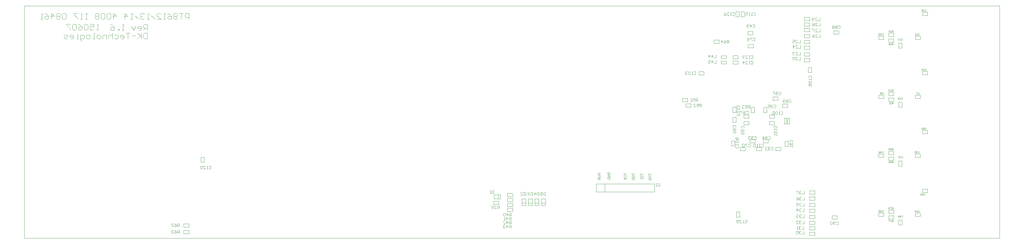
<source format=gbo>
*%FSLAX23Y23*%
*%MOIN*%
G01*
D11*
X4162Y5856D02*
X15879D01*
Y8651D02*
X4162D01*
Y5856D01*
X15879D02*
Y8651D01*
D12*
X14986Y8602D02*
X14983Y8599D01*
X14986Y8602D02*
X14993D01*
X14996Y8599D01*
Y8585D01*
X14993Y8582D01*
X14986D01*
X14983Y8585D01*
X14976Y8582D02*
X14963D01*
X14976D02*
X14963Y8595D01*
Y8599D01*
X14966Y8602D01*
X14973D01*
X14976Y8599D01*
X14956Y8602D02*
X14943D01*
X14956D02*
Y8592D01*
X14949Y8595D01*
X14946D01*
X14943Y8592D01*
Y8585D01*
X14946Y8582D01*
X14953D01*
X14956Y8585D01*
X14986Y7184D02*
X14983Y7181D01*
X14986Y7184D02*
X14993D01*
X14996Y7181D01*
Y7167D01*
X14993Y7164D01*
X14986D01*
X14983Y7167D01*
X14976Y7184D02*
X14963D01*
X14976D02*
Y7174D01*
X14969Y7177D01*
X14966D01*
X14963Y7174D01*
Y7167D01*
X14966Y7164D01*
X14973D01*
X14976Y7167D01*
X14956Y7181D02*
X14953Y7184D01*
X14946D01*
X14943Y7181D01*
Y7167D01*
X14946Y7164D01*
X14953D01*
X14956Y7167D01*
Y7181D01*
X14983Y7889D02*
X14986Y7892D01*
X14993D01*
X14996Y7889D01*
Y7875D01*
X14993Y7872D01*
X14986D01*
X14983Y7875D01*
X14976Y7872D02*
X14969D01*
X14973D01*
Y7892D01*
X14974D01*
X14973D02*
X14976Y7889D01*
X14953D02*
X14946Y7892D01*
X14953Y7889D02*
X14959Y7882D01*
Y7875D01*
X14956Y7872D01*
X14949D01*
X14946Y7875D01*
Y7879D01*
X14949Y7882D01*
X14959D01*
X14701Y7547D02*
X14698Y7544D01*
X14701Y7547D02*
X14708D01*
X14711Y7544D01*
Y7530D01*
X14708Y7527D01*
X14701D01*
X14698Y7530D01*
X14691Y7527D02*
X14684D01*
X14688D01*
Y7547D01*
X14689D01*
X14688D02*
X14691Y7544D01*
X14674Y7547D02*
X14661D01*
X14674D02*
Y7537D01*
X14668Y7540D01*
X14664D01*
X14661Y7537D01*
Y7530D01*
X14664Y7527D01*
X14671D01*
X14674Y7530D01*
X14898Y7604D02*
X14901Y7607D01*
X14908D01*
X14911Y7604D01*
Y7590D01*
X14908Y7587D01*
X14901D01*
X14898Y7590D01*
X14891Y7607D02*
X14878D01*
Y7604D01*
X14891Y7590D01*
Y7587D01*
X14898Y8314D02*
X14901Y8317D01*
X14908D01*
X14911Y8314D01*
Y8300D01*
X14908Y8297D01*
X14901D01*
X14898Y8300D01*
X14891Y8297D02*
X14878D01*
X14891D02*
X14878Y8310D01*
Y8314D01*
X14881Y8317D01*
X14888D01*
X14891Y8314D01*
X14871Y8297D02*
X14864D01*
X14868D01*
Y8317D01*
X14869D01*
X14868D02*
X14871Y8314D01*
X14701Y8257D02*
X14698Y8254D01*
X14701Y8257D02*
X14708D01*
X14711Y8254D01*
Y8240D01*
X14708Y8237D01*
X14701D01*
X14698Y8240D01*
X14691Y8237D02*
X14678D01*
X14691D02*
X14678Y8250D01*
Y8254D01*
X14681Y8257D01*
X14688D01*
X14691Y8254D01*
X14671D02*
X14668Y8257D01*
X14661D01*
X14658Y8254D01*
Y8250D01*
X14659D01*
X14658D02*
X14659D01*
X14658D02*
X14659D01*
X14658D02*
X14661Y8247D01*
X14664D01*
X14661D01*
X14658Y8244D01*
Y8240D01*
X14661Y8237D01*
X14668D01*
X14671Y8240D01*
X14972Y6394D02*
X14969Y6391D01*
X14972Y6394D02*
X14979D01*
X14982Y6391D01*
Y6377D01*
X14979Y6374D01*
X14972D01*
X14969Y6377D01*
X14955Y6391D02*
X14949Y6394D01*
X14955Y6391D02*
X14962Y6384D01*
Y6377D01*
X14959Y6374D01*
X14952D01*
X14949Y6377D01*
Y6381D01*
X14952Y6384D01*
X14962D01*
X14942Y6377D02*
X14939Y6374D01*
X14932D01*
X14929Y6377D01*
Y6391D01*
X14932Y6394D01*
X14939D01*
X14942Y6391D01*
Y6387D01*
X14939Y6384D01*
X14929D01*
X14701Y6130D02*
X14698Y6127D01*
X14701Y6130D02*
X14708D01*
X14711Y6127D01*
Y6113D01*
X14708Y6110D01*
X14701D01*
X14698Y6113D01*
X14684Y6127D02*
X14678Y6130D01*
X14684Y6127D02*
X14691Y6120D01*
Y6113D01*
X14688Y6110D01*
X14681D01*
X14678Y6113D01*
Y6117D01*
X14681Y6120D01*
X14691D01*
X14664Y6127D02*
X14658Y6130D01*
X14664Y6127D02*
X14671Y6120D01*
Y6113D01*
X14668Y6110D01*
X14661D01*
X14658Y6113D01*
Y6117D01*
X14661Y6120D01*
X14671D01*
X14898Y6187D02*
X14901Y6190D01*
X14908D01*
X14911Y6187D01*
Y6173D01*
X14908Y6170D01*
X14901D01*
X14898Y6173D01*
X14884Y6187D02*
X14878Y6190D01*
X14884Y6187D02*
X14891Y6180D01*
Y6173D01*
X14888Y6170D01*
X14881D01*
X14878Y6173D01*
Y6177D01*
X14881Y6180D01*
X14891D01*
X14861Y6190D02*
Y6170D01*
X14871Y6180D02*
X14861Y6190D01*
X14858Y6180D02*
X14871D01*
X14698Y6836D02*
X14701Y6839D01*
X14708D01*
X14711Y6836D01*
Y6822D01*
X14708Y6819D01*
X14701D01*
X14698Y6822D01*
X14681Y6819D02*
Y6839D01*
X14691Y6829D01*
X14678D01*
X14671Y6839D02*
X14658D01*
Y6836D01*
X14671Y6822D01*
Y6819D01*
X14898Y6896D02*
X14901Y6899D01*
X14908D01*
X14911Y6896D01*
Y6882D01*
X14908Y6879D01*
X14901D01*
X14898Y6882D01*
X14881Y6879D02*
Y6899D01*
X14891Y6889D01*
X14878D01*
X14871Y6899D02*
X14858D01*
X14871D02*
Y6889D01*
X14864Y6892D01*
X14861D01*
X14858Y6889D01*
Y6882D01*
X14861Y6879D01*
X14868D01*
X14871Y6882D01*
X14600Y7623D02*
Y7643D01*
X14590D01*
X14587Y7640D01*
Y7633D01*
X14590Y7630D01*
X14600D01*
X14593D02*
X14587Y7623D01*
X14580D02*
X14567D01*
X14580D02*
X14567Y7636D01*
Y7640D01*
X14570Y7643D01*
X14577D01*
X14580Y7640D01*
X14560D02*
X14557Y7643D01*
X14550D01*
X14547Y7640D01*
Y7636D01*
X14548D01*
X14547D02*
X14548D01*
X14547D02*
X14548D01*
X14547D02*
X14550Y7633D01*
X14553D01*
X14550D01*
X14547Y7630D01*
Y7626D01*
X14550Y7623D01*
X14557D01*
X14560Y7626D01*
X14470Y7608D02*
X14467Y7605D01*
X14470Y7608D02*
X14477D01*
X14480Y7605D01*
Y7591D01*
X14477Y7588D01*
X14470D01*
X14467Y7591D01*
X14460Y7605D02*
X14457Y7608D01*
X14450D01*
X14447Y7605D01*
Y7601D01*
X14450Y7598D01*
X14447Y7595D01*
Y7591D01*
X14450Y7588D01*
X14457D01*
X14460Y7591D01*
Y7595D01*
X14457Y7598D01*
X14460Y7601D01*
Y7605D01*
X14457Y7598D02*
X14450D01*
X14598Y7491D02*
Y7471D01*
Y7491D02*
X14588D01*
X14585Y7488D01*
Y7481D01*
X14588Y7478D01*
X14598D01*
X14591D02*
X14585Y7471D01*
X14578D02*
X14565D01*
X14578D02*
X14565Y7484D01*
Y7488D01*
X14568Y7491D01*
X14575D01*
X14578Y7488D01*
X14558Y7471D02*
X14551D01*
X14555D01*
Y7491D01*
X14556D01*
X14555D02*
X14558Y7488D01*
X14598Y8181D02*
Y8201D01*
X14588D01*
X14585Y8198D01*
Y8191D01*
X14588Y8188D01*
X14598D01*
X14591D02*
X14585Y8181D01*
X14578D02*
X14571D01*
X14575D01*
Y8201D01*
X14576D01*
X14575D02*
X14578Y8198D01*
X14561D02*
X14558Y8201D01*
X14551D01*
X14548Y8198D01*
Y8194D01*
X14551Y8191D01*
X14548Y8188D01*
Y8184D01*
X14551Y8181D01*
X14558D01*
X14561Y8184D01*
Y8188D01*
X14558Y8191D01*
X14561Y8194D01*
Y8198D01*
X14558Y8191D02*
X14551D01*
X14467Y8315D02*
X14470Y8318D01*
X14477D01*
X14480Y8315D01*
Y8301D01*
X14477Y8298D01*
X14470D01*
X14467Y8301D01*
X14460Y8298D02*
X14447D01*
X14460D02*
X14447Y8311D01*
Y8315D01*
X14450Y8318D01*
X14457D01*
X14460Y8315D01*
X14440Y8298D02*
X14427D01*
X14440D02*
X14427Y8311D01*
Y8315D01*
X14430Y8318D01*
X14437D01*
X14440Y8315D01*
X14600Y8333D02*
Y8353D01*
X14590D01*
X14587Y8350D01*
Y8343D01*
X14590Y8340D01*
X14600D01*
X14593D02*
X14587Y8333D01*
X14580D02*
X14573D01*
X14577D01*
Y8353D01*
X14578D01*
X14577D02*
X14580Y8350D01*
X14563Y8336D02*
X14560Y8333D01*
X14553D01*
X14550Y8336D01*
Y8350D01*
X14553Y8353D01*
X14560D01*
X14563Y8350D01*
Y8346D01*
X14560Y8343D01*
X14550D01*
X14470Y6900D02*
X14467Y6897D01*
X14470Y6900D02*
X14477D01*
X14480Y6897D01*
Y6883D01*
X14477Y6880D01*
X14470D01*
X14467Y6883D01*
X14450Y6880D02*
Y6900D01*
X14460Y6890D01*
X14447D01*
X14433Y6897D02*
X14427Y6900D01*
X14433Y6897D02*
X14440Y6890D01*
Y6883D01*
X14437Y6880D01*
X14430D01*
X14427Y6883D01*
Y6887D01*
X14430Y6890D01*
X14440D01*
X14600Y6226D02*
Y6206D01*
Y6226D02*
X14590D01*
X14587Y6223D01*
Y6216D01*
X14590Y6213D01*
X14600D01*
X14593D02*
X14587Y6206D01*
X14580Y6226D02*
X14567D01*
Y6223D01*
X14580Y6209D01*
Y6206D01*
X14560Y6209D02*
X14557Y6206D01*
X14550D01*
X14547Y6209D01*
Y6223D01*
X14550Y6226D01*
X14557D01*
X14560Y6223D01*
Y6219D01*
X14557Y6216D01*
X14547D01*
X14470Y6191D02*
X14467Y6188D01*
X14470Y6191D02*
X14477D01*
X14480Y6188D01*
Y6174D01*
X14477Y6171D01*
X14470D01*
X14467Y6174D01*
X14453Y6188D02*
X14447Y6191D01*
X14453Y6188D02*
X14460Y6181D01*
Y6174D01*
X14457Y6171D01*
X14450D01*
X14447Y6174D01*
Y6178D01*
X14450Y6181D01*
X14460D01*
X14440Y6191D02*
X14427D01*
X14440D02*
Y6181D01*
X14433Y6184D01*
X14430D01*
X14427Y6181D01*
Y6174D01*
X14430Y6171D01*
X14437D01*
X14440Y6174D01*
X14598Y6074D02*
Y6054D01*
Y6074D02*
X14588D01*
X14585Y6071D01*
Y6064D01*
X14588Y6061D01*
X14598D01*
X14591D02*
X14585Y6054D01*
X14578Y6074D02*
X14565D01*
Y6071D01*
X14578Y6057D01*
Y6054D01*
X14558Y6074D02*
X14545D01*
Y6071D01*
X14558Y6057D01*
Y6054D01*
X14600Y6915D02*
Y6935D01*
X14590D01*
X14587Y6932D01*
Y6925D01*
X14590Y6922D01*
X14600D01*
X14593D02*
X14587Y6915D01*
X14573Y6932D02*
X14567Y6935D01*
X14573Y6932D02*
X14580Y6925D01*
Y6918D01*
X14577Y6915D01*
X14570D01*
X14567Y6918D01*
Y6922D01*
X14570Y6925D01*
X14580D01*
X14560Y6932D02*
X14557Y6935D01*
X14550D01*
X14547Y6932D01*
Y6928D01*
X14550Y6925D01*
X14547Y6922D01*
Y6918D01*
X14550Y6915D01*
X14557D01*
X14560Y6918D01*
Y6922D01*
X14557Y6925D01*
X14560Y6928D01*
Y6932D01*
X14557Y6925D02*
X14550D01*
X14598Y6783D02*
Y6763D01*
Y6783D02*
X14588D01*
X14585Y6780D01*
Y6773D01*
X14588Y6770D01*
X14598D01*
X14591D02*
X14585Y6763D01*
X14571Y6780D02*
X14565Y6783D01*
X14571Y6780D02*
X14578Y6773D01*
Y6766D01*
X14575Y6763D01*
X14568D01*
X14565Y6766D01*
Y6770D01*
X14568Y6773D01*
X14578D01*
X14558Y6780D02*
X14555Y6783D01*
X14548D01*
X14545Y6780D01*
Y6766D01*
X14548Y6763D01*
X14555D01*
X14558Y6766D01*
Y6780D01*
D15*
X13356Y7236D02*
X13351Y7231D01*
X13291D02*
Y7300D01*
X13318D02*
Y7231D01*
X13356Y7236D02*
Y7298D01*
X13330D02*
Y7231D01*
X13333Y7298D02*
X13356D01*
X13337D02*
X13330D01*
X13312Y7300D02*
X13291D01*
X13299D02*
X13318D01*
Y7231D02*
X13291D01*
X13330D02*
X13351D01*
X13347Y7516D02*
X13353Y7522D01*
X13364D01*
X13370Y7516D01*
Y7493D01*
X13364Y7487D01*
X13353D01*
X13347Y7493D01*
X13335Y7516D02*
X13329Y7522D01*
X13318D01*
X13312Y7516D01*
Y7510D01*
X13318Y7504D01*
X13312Y7499D01*
Y7493D01*
X13318Y7487D01*
X13329D01*
X13335Y7493D01*
Y7499D01*
X13329Y7504D01*
X13335Y7510D01*
Y7516D01*
X13329Y7504D02*
X13318D01*
X13300Y7493D02*
X13294Y7487D01*
X13283D01*
X13277Y7493D01*
Y7516D01*
X13283Y7522D01*
X13294D01*
X13300Y7516D01*
Y7510D01*
X13294Y7504D01*
X13277D01*
X13486Y8059D02*
Y8094D01*
Y8059D02*
X13463D01*
X13451D02*
X13428D01*
X13451D02*
X13428Y8082D01*
Y8088D01*
X13434Y8094D01*
X13445D01*
X13451Y8088D01*
X13416D02*
X13410Y8094D01*
X13399D01*
X13393Y8088D01*
Y8082D01*
X13394D01*
X13393D02*
X13394D01*
X13393D02*
X13394D01*
X13393D02*
X13399Y8076D01*
X13404D01*
X13399D01*
X13393Y8071D01*
Y8065D01*
X13399Y8059D01*
X13410D01*
X13416Y8065D01*
X13940Y8405D02*
X13946Y8411D01*
X13957D01*
X13963Y8405D01*
Y8382D01*
X13957Y8376D01*
X13946D01*
X13940Y8382D01*
X13928Y8405D02*
X13922Y8411D01*
X13911D01*
X13905Y8405D01*
Y8399D01*
X13911Y8393D01*
X13905Y8388D01*
Y8382D01*
X13911Y8376D01*
X13922D01*
X13928Y8382D01*
Y8388D01*
X13922Y8393D01*
X13928Y8399D01*
Y8405D01*
X13922Y8393D02*
X13911D01*
X13893Y8405D02*
X13887Y8411D01*
X13876D01*
X13870Y8405D01*
Y8399D01*
X13876Y8393D01*
X13870Y8388D01*
Y8382D01*
X13876Y8376D01*
X13887D01*
X13893Y8382D01*
Y8388D01*
X13887Y8393D01*
X13893Y8399D01*
Y8405D01*
X13887Y8393D02*
X13876D01*
X13231Y7616D02*
X13225Y7610D01*
X13231Y7616D02*
X13242D01*
X13248Y7610D01*
Y7587D01*
X13242Y7581D01*
X13231D01*
X13225Y7587D01*
X13213Y7610D02*
X13207Y7616D01*
X13196D01*
X13190Y7610D01*
Y7604D01*
X13196Y7598D01*
X13190Y7593D01*
Y7587D01*
X13196Y7581D01*
X13207D01*
X13213Y7587D01*
Y7593D01*
X13207Y7598D01*
X13213Y7604D01*
Y7610D01*
X13207Y7598D02*
X13196D01*
X13178Y7616D02*
X13155D01*
Y7610D01*
X13178Y7587D01*
Y7581D01*
X13356Y7019D02*
X13362Y7013D01*
X13356Y7019D02*
Y7030D01*
X13362Y7036D01*
X13385D01*
X13391Y7030D01*
Y7019D01*
X13385Y7013D01*
Y7001D02*
X13391Y6995D01*
Y6984D01*
X13385Y6978D01*
X13362D01*
X13356Y6984D01*
Y6995D01*
X13362Y7001D01*
X13368D01*
X13374Y6995D01*
Y6978D01*
X13391Y6966D02*
Y6954D01*
Y6960D01*
X13356D01*
X13357D01*
X13356D02*
X13362Y6966D01*
X13591Y7785D02*
X13585Y7791D01*
Y7802D01*
X13591Y7808D01*
X13614D01*
X13620Y7802D01*
Y7791D01*
X13614Y7785D01*
X13620Y7773D02*
Y7761D01*
Y7767D01*
X13585D01*
X13586D01*
X13585D02*
X13591Y7773D01*
Y7744D02*
X13585Y7738D01*
Y7726D01*
X13591Y7721D01*
X13614D01*
X13620Y7726D01*
Y7738D01*
X13614Y7744D01*
X13591D01*
X13585Y7709D02*
Y7686D01*
Y7709D02*
X13603D01*
X13597Y7697D01*
Y7691D01*
X13603Y7686D01*
X13614D01*
X13620Y7691D01*
Y7703D01*
X13614Y7709D01*
X13168Y7186D02*
X13174Y7180D01*
X13168Y7186D02*
Y7197D01*
X13174Y7203D01*
X13197D01*
X13203Y7197D01*
Y7186D01*
X13197Y7180D01*
X13203Y7168D02*
Y7156D01*
Y7162D01*
X13168D01*
X13169D01*
X13168D02*
X13174Y7168D01*
Y7139D02*
X13168Y7133D01*
Y7121D01*
X13174Y7116D01*
X13197D01*
X13203Y7121D01*
Y7133D01*
X13197Y7139D01*
X13174D01*
X13203Y7104D02*
Y7092D01*
Y7098D01*
X13168D01*
X13169D01*
X13168D02*
X13174Y7104D01*
X13250Y7372D02*
X13256Y7378D01*
X13267D01*
X13273Y7372D01*
Y7349D01*
X13267Y7343D01*
X13256D01*
X13250Y7349D01*
X13238Y7343D02*
X13226D01*
X13232D01*
Y7378D01*
X13233D01*
X13232D02*
X13238Y7372D01*
X13209D02*
X13203Y7378D01*
X13191D01*
X13186Y7372D01*
Y7349D01*
X13191Y7343D01*
X13203D01*
X13209Y7349D01*
Y7372D01*
X13174D02*
X13168Y7378D01*
X13156D01*
X13151Y7372D01*
Y7349D01*
X13156Y7343D01*
X13168D01*
X13174Y7349D01*
Y7372D01*
X13165Y7452D02*
X13171Y7458D01*
X13182D01*
X13188Y7452D01*
Y7429D01*
X13182Y7423D01*
X13171D01*
X13165Y7429D01*
X13153D02*
X13147Y7423D01*
X13136D01*
X13130Y7429D01*
Y7452D01*
X13136Y7458D01*
X13147D01*
X13153Y7452D01*
Y7446D01*
X13147Y7440D01*
X13130D01*
X13118Y7458D02*
X13095D01*
X13118D02*
Y7440D01*
X13106Y7446D01*
X13101D01*
X13095Y7440D01*
Y7429D01*
X13101Y7423D01*
X13112D01*
X13118Y7429D01*
X13105Y7079D02*
X13099Y7073D01*
X13105Y7079D02*
X13116D01*
X13122Y7073D01*
Y7050D01*
X13116Y7044D01*
X13105D01*
X13099Y7050D01*
X13087D02*
X13081Y7044D01*
X13070D01*
X13064Y7050D01*
Y7073D01*
X13070Y7079D01*
X13081D01*
X13087Y7073D01*
Y7067D01*
X13081Y7061D01*
X13064D01*
X13035Y7044D02*
Y7079D01*
X13052Y7061D01*
X13029D01*
X13485Y7999D02*
Y8034D01*
Y7999D02*
X13462D01*
X13450D02*
X13427D01*
X13450D02*
X13427Y8022D01*
Y8028D01*
X13433Y8034D01*
X13444D01*
X13450Y8028D01*
X13415D02*
X13409Y8034D01*
X13398D01*
X13392Y8028D01*
Y8005D01*
X13398Y7999D01*
X13409D01*
X13415Y8005D01*
Y8028D01*
X13485Y8203D02*
Y8238D01*
Y8203D02*
X13462D01*
X13450D02*
X13427D01*
X13450D02*
X13427Y8226D01*
Y8232D01*
X13433Y8238D01*
X13444D01*
X13450Y8232D01*
X13415Y8238D02*
X13392D01*
X13415D02*
Y8220D01*
X13403Y8226D01*
X13398D01*
X13392Y8220D01*
Y8209D01*
X13398Y8203D01*
X13409D01*
X13415Y8209D01*
X13486Y8175D02*
Y8140D01*
X13463D01*
X13451D02*
X13428D01*
X13451D02*
X13428Y8163D01*
Y8169D01*
X13434Y8175D01*
X13445D01*
X13451Y8169D01*
X13399Y8175D02*
Y8140D01*
X13416Y8157D02*
X13399Y8175D01*
X13393Y8157D02*
X13416D01*
X13724Y8272D02*
Y8307D01*
Y8272D02*
X13701D01*
X13689D02*
X13666D01*
X13689D02*
X13666Y8295D01*
Y8301D01*
X13672Y8307D01*
X13683D01*
X13689Y8301D01*
X13642D02*
X13631Y8307D01*
X13642Y8301D02*
X13654Y8289D01*
Y8278D01*
X13648Y8272D01*
X13637D01*
X13631Y8278D01*
Y8284D01*
X13637Y8289D01*
X13654D01*
X13723Y8337D02*
Y8372D01*
Y8337D02*
X13700D01*
X13688D02*
X13665D01*
X13688D02*
X13665Y8360D01*
Y8366D01*
X13671Y8372D01*
X13682D01*
X13688Y8366D01*
X13653Y8372D02*
X13630D01*
Y8366D01*
X13653Y8343D01*
Y8337D01*
X13722Y8408D02*
Y8443D01*
Y8408D02*
X13699D01*
X13687D02*
X13664D01*
X13687D02*
X13664Y8431D01*
Y8437D01*
X13670Y8443D01*
X13681D01*
X13687Y8437D01*
X13652D02*
X13646Y8443D01*
X13635D01*
X13629Y8437D01*
Y8431D01*
X13635Y8425D01*
X13629Y8420D01*
Y8414D01*
X13635Y8408D01*
X13646D01*
X13652Y8414D01*
Y8420D01*
X13646Y8425D01*
X13652Y8431D01*
Y8437D01*
X13646Y8425D02*
X13635D01*
X13720Y8470D02*
Y8505D01*
Y8470D02*
X13697D01*
X13685D02*
X13662D01*
X13685D02*
X13662Y8493D01*
Y8499D01*
X13668Y8505D01*
X13679D01*
X13685Y8499D01*
X13650Y8476D02*
X13644Y8470D01*
X13633D01*
X13627Y8476D01*
Y8499D01*
X13633Y8505D01*
X13644D01*
X13650Y8499D01*
Y8493D01*
X13644Y8487D01*
X13627D01*
X13923Y6056D02*
X13917Y6050D01*
X13923Y6056D02*
X13934D01*
X13940Y6050D01*
Y6027D01*
X13934Y6021D01*
X13923D01*
X13917Y6027D01*
X13905D02*
X13899Y6021D01*
X13888D01*
X13882Y6027D01*
Y6050D01*
X13888Y6056D01*
X13899D01*
X13905Y6050D01*
Y6044D01*
X13899Y6038D01*
X13882D01*
X13870Y6050D02*
X13864Y6056D01*
X13853D01*
X13847Y6050D01*
Y6027D01*
X13853Y6021D01*
X13864D01*
X13870Y6027D01*
Y6050D01*
X13133Y6946D02*
X13139Y6952D01*
X13150D01*
X13156Y6946D01*
Y6923D01*
X13150Y6917D01*
X13139D01*
X13133Y6923D01*
X13121D02*
X13115Y6917D01*
X13104D01*
X13098Y6923D01*
Y6946D01*
X13104Y6952D01*
X13115D01*
X13121Y6946D01*
Y6940D01*
X13115Y6934D01*
X13098D01*
X13086Y6917D02*
X13063D01*
X13086D02*
X13063Y6940D01*
Y6946D01*
X13069Y6952D01*
X13080D01*
X13086Y6946D01*
X13531Y6423D02*
Y6388D01*
X13508D01*
X13496Y6417D02*
X13490Y6423D01*
X13479D01*
X13473Y6417D01*
Y6411D01*
X13474D01*
X13473D02*
X13474D01*
X13473D02*
X13474D01*
X13473D02*
X13479Y6405D01*
X13484D01*
X13479D01*
X13473Y6400D01*
Y6394D01*
X13479Y6388D01*
X13490D01*
X13496Y6394D01*
X13461Y6423D02*
X13438D01*
Y6417D01*
X13461Y6394D01*
Y6388D01*
X13532Y6350D02*
Y6315D01*
X13509D01*
X13497Y6344D02*
X13491Y6350D01*
X13480D01*
X13474Y6344D01*
Y6338D01*
X13475D01*
X13474D02*
X13475D01*
X13474D02*
X13475D01*
X13474D02*
X13480Y6332D01*
X13485D01*
X13480D01*
X13474Y6327D01*
Y6321D01*
X13480Y6315D01*
X13491D01*
X13497Y6321D01*
X13450Y6344D02*
X13439Y6350D01*
X13450Y6344D02*
X13462Y6332D01*
Y6321D01*
X13456Y6315D01*
X13445D01*
X13439Y6321D01*
Y6327D01*
X13445Y6332D01*
X13462D01*
X13530Y6277D02*
Y6242D01*
X13507D01*
X13495Y6271D02*
X13489Y6277D01*
X13478D01*
X13472Y6271D01*
Y6265D01*
X13473D01*
X13472D02*
X13473D01*
X13472D02*
X13473D01*
X13472D02*
X13478Y6259D01*
X13483D01*
X13478D01*
X13472Y6254D01*
Y6248D01*
X13478Y6242D01*
X13489D01*
X13495Y6248D01*
X13460Y6277D02*
X13437D01*
X13460D02*
Y6259D01*
X13448Y6265D01*
X13443D01*
X13437Y6259D01*
Y6248D01*
X13443Y6242D01*
X13454D01*
X13460Y6248D01*
X13530Y6212D02*
Y6177D01*
X13507D01*
X13495Y6206D02*
X13489Y6212D01*
X13478D01*
X13472Y6206D01*
Y6200D01*
X13473D01*
X13472D02*
X13473D01*
X13472D02*
X13473D01*
X13472D02*
X13478Y6194D01*
X13483D01*
X13478D01*
X13472Y6189D01*
Y6183D01*
X13478Y6177D01*
X13489D01*
X13495Y6183D01*
X13443Y6177D02*
Y6212D01*
X13460Y6194D01*
X13437D01*
X13532Y6139D02*
Y6104D01*
X13509D01*
X13497Y6133D02*
X13491Y6139D01*
X13480D01*
X13474Y6133D01*
Y6127D01*
X13475D01*
X13474D02*
X13475D01*
X13474D02*
X13475D01*
X13474D02*
X13480Y6121D01*
X13485D01*
X13480D01*
X13474Y6116D01*
Y6110D01*
X13480Y6104D01*
X13491D01*
X13497Y6110D01*
X13462Y6133D02*
X13456Y6139D01*
X13445D01*
X13439Y6133D01*
Y6127D01*
X13440D01*
X13439D02*
X13440D01*
X13439D02*
X13440D01*
X13439D02*
X13445Y6121D01*
X13450D01*
X13445D01*
X13439Y6116D01*
Y6110D01*
X13445Y6104D01*
X13456D01*
X13462Y6110D01*
X13528Y6064D02*
Y6029D01*
X13505D01*
X13493Y6058D02*
X13487Y6064D01*
X13476D01*
X13470Y6058D01*
Y6052D01*
X13471D01*
X13470D02*
X13471D01*
X13470D02*
X13471D01*
X13470D02*
X13476Y6046D01*
X13481D01*
X13476D01*
X13470Y6041D01*
Y6035D01*
X13476Y6029D01*
X13487D01*
X13493Y6035D01*
X13458Y6029D02*
X13435D01*
X13458D02*
X13435Y6052D01*
Y6058D01*
X13441Y6064D01*
X13452D01*
X13458Y6058D01*
X13526Y5997D02*
Y5962D01*
X13503D01*
X13491Y5991D02*
X13485Y5997D01*
X13474D01*
X13468Y5991D01*
Y5985D01*
X13469D01*
X13468D02*
X13469D01*
X13468D02*
X13469D01*
X13468D02*
X13474Y5979D01*
X13479D01*
X13474D01*
X13468Y5974D01*
Y5968D01*
X13474Y5962D01*
X13485D01*
X13491Y5968D01*
X13456Y5962D02*
X13444D01*
X13450D01*
Y5997D01*
X13451D01*
X13450D02*
X13456Y5991D01*
X13528Y5941D02*
Y5906D01*
X13505D01*
X13493Y5935D02*
X13487Y5941D01*
X13476D01*
X13470Y5935D01*
Y5929D01*
X13471D01*
X13470D02*
X13471D01*
X13470D02*
X13471D01*
X13470D02*
X13476Y5923D01*
X13481D01*
X13476D01*
X13470Y5918D01*
Y5912D01*
X13476Y5906D01*
X13487D01*
X13493Y5912D01*
X13458Y5935D02*
X13452Y5941D01*
X13441D01*
X13435Y5935D01*
Y5912D01*
X13441Y5906D01*
X13452D01*
X13458Y5912D01*
Y5935D01*
X12473Y8025D02*
Y8060D01*
Y8025D02*
X12450D01*
X12421D02*
Y8060D01*
X12438Y8043D01*
X12415D01*
X12386Y8025D02*
Y8060D01*
X12403Y8043D01*
X12380D01*
X12891Y8046D02*
X12897Y8052D01*
X12909D01*
X12914Y8046D01*
Y8023D01*
X12909Y8017D01*
X12897D01*
X12891Y8023D01*
X12879Y8017D02*
X12868D01*
X12874D01*
Y8052D01*
X12875D01*
X12874D02*
X12879Y8046D01*
X12850Y8017D02*
X12827D01*
X12850D02*
X12827Y8041D01*
Y8046D01*
X12833Y8052D01*
X12844D01*
X12850Y8046D01*
X12815D02*
X12809Y8052D01*
X12798D01*
X12792Y8046D01*
Y8041D01*
X12793D01*
X12792D02*
X12793D01*
X12792D02*
X12793D01*
X12792D02*
X12798Y8035D01*
X12804D01*
X12798D01*
X12792Y8029D01*
Y8023D01*
X12798Y8017D01*
X12809D01*
X12815Y8023D01*
X12917Y8259D02*
X12922Y8264D01*
X12934D01*
X12940Y8259D01*
Y8235D01*
X12934Y8230D01*
X12922D01*
X12917Y8235D01*
X12905Y8264D02*
X12882D01*
Y8259D01*
X12905Y8235D01*
Y8230D01*
X12858Y8259D02*
X12847Y8264D01*
X12858Y8259D02*
X12870Y8247D01*
Y8235D01*
X12864Y8230D01*
X12852D01*
X12847Y8235D01*
Y8241D01*
X12852Y8247D01*
X12870D01*
X12913Y8418D02*
X12918Y8424D01*
X12930D01*
X12936Y8418D01*
Y8395D01*
X12930Y8389D01*
X12918D01*
X12913Y8395D01*
X12883Y8389D02*
Y8424D01*
X12901Y8406D01*
X12878D01*
X12866Y8395D02*
X12860Y8389D01*
X12848D01*
X12843Y8395D01*
Y8418D01*
X12848Y8424D01*
X12860D01*
X12866Y8418D01*
Y8412D01*
X12860Y8406D01*
X12843D01*
X12627Y8237D02*
Y8202D01*
Y8237D02*
X12609D01*
X12604Y8232D01*
Y8220D01*
X12609Y8214D01*
X12627D01*
X12615D02*
X12604Y8202D01*
X12580Y8232D02*
X12569Y8237D01*
X12580Y8232D02*
X12592Y8220D01*
Y8208D01*
X12586Y8202D01*
X12574D01*
X12569Y8208D01*
Y8214D01*
X12574Y8220D01*
X12592D01*
X12539Y8202D02*
Y8237D01*
X12557Y8220D01*
X12534D01*
X12473Y7993D02*
Y7958D01*
X12450D01*
X12421D02*
Y7993D01*
X12438Y7976D01*
X12415D01*
X12403Y7993D02*
X12380D01*
X12403D02*
Y7976D01*
X12392Y7982D01*
X12386D01*
X12380Y7976D01*
Y7964D01*
X12386Y7958D01*
X12398D01*
X12403Y7964D01*
X12891Y7979D02*
X12897Y7985D01*
X12909D01*
X12914Y7979D01*
Y7956D01*
X12909Y7950D01*
X12897D01*
X12891Y7956D01*
X12879Y7950D02*
X12868D01*
X12874D01*
Y7985D01*
X12875D01*
X12874D02*
X12879Y7979D01*
X12850Y7950D02*
X12827D01*
X12850D02*
X12827Y7974D01*
Y7979D01*
X12833Y7985D01*
X12844D01*
X12850Y7979D01*
X12798Y7985D02*
Y7950D01*
X12815Y7968D02*
X12798Y7985D01*
X12792Y7968D02*
X12815D01*
X12210Y7858D02*
X12204Y7852D01*
X12210Y7858D02*
X12221D01*
X12227Y7852D01*
Y7829D01*
X12221Y7823D01*
X12210D01*
X12204Y7829D01*
X12192Y7823D02*
X12180D01*
X12186D01*
Y7858D01*
X12187D01*
X12186D02*
X12192Y7852D01*
X12163D02*
X12157Y7858D01*
X12145D01*
X12140Y7852D01*
Y7829D01*
X12145Y7823D01*
X12157D01*
X12163Y7829D01*
Y7852D01*
X12128D02*
X12122Y7858D01*
X12110D01*
X12105Y7852D01*
Y7846D01*
X12106D01*
X12105D02*
X12106D01*
X12105D02*
X12106D01*
X12105D02*
X12110Y7840D01*
X12116D01*
X12110D01*
X12105Y7835D01*
Y7829D01*
X12110Y7823D01*
X12122D01*
X12128Y7829D01*
X12932Y7075D02*
X12938Y7081D01*
X12949D01*
X12955Y7075D01*
Y7052D01*
X12949Y7046D01*
X12938D01*
X12932Y7052D01*
X12920D02*
X12914Y7046D01*
X12903D01*
X12897Y7052D01*
Y7075D01*
X12903Y7081D01*
X12914D01*
X12920Y7075D01*
Y7069D01*
X12914Y7063D01*
X12897D01*
X12885Y7075D02*
X12879Y7081D01*
X12868D01*
X12862Y7075D01*
Y7069D01*
X12863D01*
X12862D02*
X12863D01*
X12862D02*
X12863D01*
X12862D02*
X12868Y7063D01*
X12873D01*
X12868D01*
X12862Y7058D01*
Y7052D01*
X12868Y7046D01*
X12879D01*
X12885Y7052D01*
X12727Y7427D02*
X12721Y7433D01*
Y7444D01*
X12727Y7450D01*
X12750D01*
X12756Y7444D01*
Y7433D01*
X12750Y7427D01*
X12756Y7415D02*
Y7403D01*
Y7409D01*
X12721D01*
X12722D01*
X12721D02*
X12727Y7415D01*
Y7386D02*
X12721Y7380D01*
Y7368D01*
X12727Y7363D01*
X12750D01*
X12756Y7368D01*
Y7380D01*
X12750Y7386D01*
X12727D01*
X12756Y7351D02*
Y7328D01*
Y7351D02*
X12733Y7328D01*
X12727D01*
X12721Y7333D01*
Y7345D01*
X12727Y7351D01*
X12773Y7185D02*
X12779Y7179D01*
X12773Y7185D02*
Y7196D01*
X12779Y7202D01*
X12802D01*
X12808Y7196D01*
Y7185D01*
X12802Y7179D01*
Y7167D02*
X12808Y7161D01*
Y7150D01*
X12802Y7144D01*
X12779D01*
X12773Y7150D01*
Y7161D01*
X12779Y7167D01*
X12785D01*
X12791Y7161D01*
Y7144D01*
X12802Y7132D02*
X12808Y7126D01*
Y7115D01*
X12802Y7109D01*
X12779D01*
X12773Y7115D01*
Y7126D01*
X12779Y7132D01*
X12785D01*
X12791Y7126D01*
Y7109D01*
X12836Y7378D02*
X12842Y7384D01*
X12853D01*
X12859Y7378D01*
Y7355D01*
X12853Y7349D01*
X12842D01*
X12836Y7355D01*
X12824D02*
X12818Y7349D01*
X12807D01*
X12801Y7355D01*
Y7378D01*
X12807Y7384D01*
X12818D01*
X12824Y7378D01*
Y7372D01*
X12818Y7366D01*
X12801D01*
X12789Y7384D02*
X12766D01*
Y7378D01*
X12789Y7355D01*
Y7349D01*
X12805Y7419D02*
X12811Y7425D01*
X12805Y7419D02*
X12794D01*
X12788Y7425D01*
Y7448D01*
X12794Y7454D01*
X12805D01*
X12811Y7448D01*
X12823D02*
X12829Y7454D01*
X12840D01*
X12846Y7448D01*
Y7425D01*
X12840Y7419D01*
X12829D01*
X12823Y7425D01*
Y7431D01*
X12829Y7437D01*
X12846D01*
X12870Y7425D02*
X12881Y7419D01*
X12870Y7425D02*
X12858Y7437D01*
Y7448D01*
X12864Y7454D01*
X12875D01*
X12881Y7448D01*
Y7442D01*
X12875Y7437D01*
X12858D01*
X12248Y7500D02*
Y7535D01*
X12231D01*
X12225Y7529D01*
Y7517D01*
X12231Y7512D01*
X12248D01*
X12236D02*
X12225Y7500D01*
X12213Y7535D02*
X12190D01*
X12213D02*
Y7517D01*
X12201Y7523D01*
X12196D01*
X12190Y7517D01*
Y7506D01*
X12196Y7500D01*
X12207D01*
X12213Y7506D01*
X12178Y7500D02*
X12166D01*
X12172D01*
Y7535D01*
X12173D01*
X12172D02*
X12178Y7529D01*
X12297Y7471D02*
Y7436D01*
Y7471D02*
X12280D01*
X12274Y7465D01*
Y7453D01*
X12280Y7448D01*
X12297D01*
X12285D02*
X12274Y7436D01*
X12262Y7471D02*
X12239D01*
X12262D02*
Y7453D01*
X12250Y7459D01*
X12245D01*
X12239Y7453D01*
Y7442D01*
X12245Y7436D01*
X12256D01*
X12262Y7442D01*
X12227Y7436D02*
X12204D01*
X12227D02*
X12204Y7459D01*
Y7465D01*
X12210Y7471D01*
X12221D01*
X12227Y7465D01*
X12675Y7195D02*
X12680Y7189D01*
X12675Y7195D02*
Y7206D01*
X12680Y7212D01*
X12704D01*
X12710Y7206D01*
Y7195D01*
X12704Y7189D01*
X12680Y7177D02*
X12675Y7171D01*
Y7160D01*
X12680Y7154D01*
X12686D01*
X12692Y7160D01*
X12698Y7154D01*
X12704D01*
X12710Y7160D01*
Y7171D01*
X12704Y7177D01*
X12698D01*
X12692Y7171D01*
X12686Y7177D01*
X12680D01*
X12692Y7171D02*
Y7160D01*
X12680Y7131D02*
X12675Y7119D01*
X12680Y7131D02*
X12692Y7142D01*
X12704D01*
X12710Y7136D01*
Y7125D01*
X12704Y7119D01*
X12698D01*
X12692Y7125D01*
Y7142D01*
X12668Y8562D02*
X12674Y8568D01*
X12685D01*
X12691Y8562D01*
Y8539D01*
X12685Y8533D01*
X12674D01*
X12668Y8539D01*
X12656Y8533D02*
X12644D01*
X12650D01*
Y8568D01*
X12651D01*
X12650D02*
X12656Y8562D01*
X12627Y8533D02*
X12604D01*
X12627D02*
X12604Y8556D01*
Y8562D01*
X12609Y8568D01*
X12621D01*
X12627Y8562D01*
X12580D02*
X12569Y8568D01*
X12580Y8562D02*
X12592Y8551D01*
Y8539D01*
X12586Y8533D01*
X12574D01*
X12569Y8539D01*
Y8545D01*
X12574Y8551D01*
X12592D01*
X12920Y8562D02*
X12925Y8568D01*
X12937D01*
X12943Y8562D01*
Y8539D01*
X12937Y8533D01*
X12925D01*
X12920Y8539D01*
X12908Y8533D02*
X12896D01*
X12902D01*
Y8568D01*
X12903D01*
X12902D02*
X12908Y8562D01*
X12879Y8533D02*
X12867D01*
X12873D01*
Y8568D01*
X12874D01*
X12873D02*
X12879Y8562D01*
X12850Y8568D02*
X12826D01*
X12850D02*
Y8551D01*
X12838Y8556D01*
X12832D01*
X12826Y8551D01*
Y8539D01*
X12832Y8533D01*
X12844D01*
X12850Y8539D01*
X12735Y6964D02*
X12741Y6958D01*
Y6947D01*
X12735Y6941D01*
X12712D01*
X12706Y6947D01*
Y6958D01*
X12712Y6964D01*
X12706Y6976D02*
Y6988D01*
Y6982D01*
X12741D01*
X12742D01*
X12741D02*
X12735Y6976D01*
Y7005D02*
X12741Y7011D01*
Y7023D01*
X12735Y7028D01*
X12712D01*
X12706Y7023D01*
Y7011D01*
X12712Y7005D01*
X12735D01*
Y7040D02*
X12741Y7046D01*
Y7058D01*
X12735Y7063D01*
X12729D01*
X12723Y7058D01*
X12718Y7063D01*
X12712D01*
X12706Y7058D01*
Y7046D01*
X12712Y7040D01*
X12718D01*
X12723Y7046D01*
X12729Y7040D01*
X12735D01*
X12723Y7046D02*
Y7058D01*
X13015Y6982D02*
X13021Y6988D01*
X13032D01*
X13038Y6982D01*
Y6959D01*
X13032Y6953D01*
X13021D01*
X13015Y6959D01*
X13003Y6953D02*
X12991D01*
X12997D01*
Y6988D01*
X12998D01*
X12997D02*
X13003Y6982D01*
X12974Y6953D02*
X12962D01*
X12968D01*
Y6988D01*
X12969D01*
X12968D02*
X12974Y6982D01*
X12945D02*
X12939Y6988D01*
X12927D01*
X12921Y6982D01*
Y6959D01*
X12927Y6953D01*
X12939D01*
X12945Y6959D01*
Y6982D01*
X12864Y6988D02*
X12858Y6982D01*
X12864Y6988D02*
X12875D01*
X12881Y6982D01*
Y6959D01*
X12875Y6953D01*
X12864D01*
X12858Y6959D01*
X12846Y6988D02*
X12823D01*
Y6982D01*
X12846Y6959D01*
Y6953D01*
X12811Y6982D02*
X12805Y6988D01*
X12794D01*
X12788Y6982D01*
Y6959D01*
X12794Y6953D01*
X12805D01*
X12811Y6959D01*
Y6982D01*
X12824Y6074D02*
X12818Y6068D01*
X12824Y6074D02*
X12836D01*
X12842Y6068D01*
Y6045D01*
X12836Y6039D01*
X12824D01*
X12818Y6045D01*
X12807Y6039D02*
X12795D01*
X12801D01*
Y6074D01*
X12802D01*
X12801D02*
X12807Y6068D01*
X12777Y6039D02*
X12754D01*
X12777D02*
X12754Y6062D01*
Y6068D01*
X12760Y6074D01*
X12772D01*
X12777Y6068D01*
X12742D02*
X12737Y6074D01*
X12725D01*
X12719Y6068D01*
Y6062D01*
X12725Y6056D01*
X12719Y6051D01*
Y6045D01*
X12725Y6039D01*
X12737D01*
X12742Y6045D01*
Y6051D01*
X12737Y6056D01*
X12742Y6062D01*
Y6068D01*
X12737Y6056D02*
X12725D01*
X10008Y6075D02*
Y6110D01*
X9991D01*
X9985Y6104D01*
Y6092D01*
X9991Y6087D01*
X10008D01*
X9996D02*
X9985Y6075D01*
X9956D02*
Y6110D01*
X9973Y6092D01*
X9950D01*
X9938Y6075D02*
X9926D01*
X9932D01*
Y6110D01*
X9933D01*
X9932D02*
X9938Y6104D01*
X10186Y6250D02*
Y6329D01*
X10138D02*
Y6250D01*
X10139Y6250D02*
X10187D01*
Y6329D02*
X10139D01*
X10138Y6279D02*
X10186D01*
X10185Y6373D02*
Y6408D01*
Y6373D02*
X10167D01*
X10161Y6379D01*
Y6402D01*
X10167Y6408D01*
X10185D01*
X10150Y6373D02*
X10126D01*
X10150D02*
X10126Y6396D01*
Y6402D01*
X10132Y6408D01*
X10144D01*
X10150Y6402D01*
X10217Y6329D02*
Y6250D01*
X10265D02*
Y6329D01*
Y6279D02*
X10217D01*
X10217Y6329D02*
X10265D01*
Y6250D02*
X10217D01*
X10268Y6372D02*
Y6407D01*
Y6372D02*
X10251D01*
X10245Y6378D01*
Y6401D01*
X10251Y6407D01*
X10268D01*
X10233Y6401D02*
X10227Y6407D01*
X10216D01*
X10210Y6401D01*
Y6395D01*
X10211D01*
X10210D02*
X10211D01*
X10210D02*
X10211D01*
X10210D02*
X10216Y6389D01*
X10222D01*
X10216D01*
X10210Y6384D01*
Y6378D01*
X10216Y6372D01*
X10227D01*
X10233Y6378D01*
X10344Y6329D02*
Y6250D01*
X10296D02*
Y6329D01*
X10296Y6250D02*
X10344D01*
Y6329D02*
X10296D01*
X10296Y6279D02*
X10344D01*
X10344Y6372D02*
Y6407D01*
Y6372D02*
X10326D01*
X10320Y6378D01*
Y6401D01*
X10326Y6407D01*
X10344D01*
X10291D02*
Y6372D01*
X10309Y6389D02*
X10291Y6407D01*
X10285Y6389D02*
X10309D01*
X10375Y6329D02*
Y6250D01*
X10423D02*
Y6329D01*
Y6279D02*
X10375D01*
X10375Y6329D02*
X10423D01*
Y6250D02*
X10375D01*
X10419Y6372D02*
Y6407D01*
Y6372D02*
X10402D01*
X10396Y6378D01*
Y6401D01*
X10402Y6407D01*
X10419D01*
X10384D02*
X10361D01*
X10384D02*
Y6389D01*
X10373Y6395D01*
X10367D01*
X10361Y6389D01*
Y6378D01*
X10367Y6372D01*
X10378D01*
X10384Y6378D01*
X10008Y6062D02*
Y6027D01*
Y6062D02*
X9991D01*
X9985Y6056D01*
Y6044D01*
X9991Y6039D01*
X10008D01*
X9996D02*
X9985Y6027D01*
X9956D02*
Y6062D01*
X9973Y6044D01*
X9950D01*
X9938Y6027D02*
X9915D01*
X9938D02*
X9915Y6050D01*
Y6056D01*
X9921Y6062D01*
X9932D01*
X9938Y6056D01*
X10008Y6013D02*
Y5978D01*
Y6013D02*
X9991D01*
X9985Y6007D01*
Y5995D01*
X9991Y5990D01*
X10008D01*
X9996D02*
X9985Y5978D01*
X9956D02*
Y6013D01*
X9973Y5995D01*
X9950D01*
X9938Y6007D02*
X9932Y6013D01*
X9921D01*
X9915Y6007D01*
Y6001D01*
X9916D01*
X9915D02*
X9916D01*
X9915D02*
X9916D01*
X9915D02*
X9921Y5995D01*
X9926D01*
X9921D01*
X9915Y5990D01*
Y5984D01*
X9921Y5978D01*
X9932D01*
X9938Y5984D01*
X10010Y6122D02*
Y6157D01*
X9993D01*
X9987Y6151D01*
Y6139D01*
X9993Y6134D01*
X10010D01*
X9998D02*
X9987Y6122D01*
X9958D02*
Y6157D01*
X9975Y6139D01*
X9952D01*
X9940Y6151D02*
X9934Y6157D01*
X9923D01*
X9917Y6151D01*
Y6128D01*
X9923Y6122D01*
X9934D01*
X9940Y6128D01*
Y6151D01*
X9868Y6212D02*
Y6247D01*
X9851D01*
X9845Y6241D01*
Y6229D01*
X9851Y6224D01*
X9868D01*
X9856D02*
X9845Y6212D01*
X9833D02*
X9810D01*
X9833D02*
X9810Y6235D01*
Y6241D01*
X9816Y6247D01*
X9827D01*
X9833Y6241D01*
X9798D02*
X9792Y6247D01*
X9781D01*
X9775Y6241D01*
Y6235D01*
X9781Y6229D01*
X9775Y6224D01*
Y6218D01*
X9781Y6212D01*
X9792D01*
X9798Y6218D01*
Y6224D01*
X9792Y6229D01*
X9798Y6235D01*
Y6241D01*
X9792Y6229D02*
X9781D01*
X9884Y6331D02*
Y6379D01*
X9805D02*
Y6331D01*
X9855Y6331D02*
Y6379D01*
X9884D02*
X9805D01*
Y6331D02*
X9884D01*
X9803Y6395D02*
Y6430D01*
Y6395D02*
X9786D01*
X9780Y6401D01*
Y6424D01*
X9786Y6430D01*
X9803D01*
X9768Y6395D02*
X9756D01*
X9762D01*
Y6430D01*
X9763D01*
X9762D02*
X9768Y6424D01*
X6025Y5950D02*
Y5915D01*
Y5950D02*
X6007D01*
X6001Y5944D01*
Y5932D01*
X6007Y5927D01*
X6025D01*
X6013D02*
X6001Y5915D01*
X5978Y5944D02*
X5966Y5950D01*
X5978Y5944D02*
X5990Y5932D01*
Y5921D01*
X5984Y5915D01*
X5972D01*
X5966Y5921D01*
Y5927D01*
X5972Y5932D01*
X5990D01*
X5955Y5944D02*
X5949Y5950D01*
X5937D01*
X5931Y5944D01*
Y5938D01*
X5932D01*
X5931D02*
X5932D01*
X5931D02*
X5932D01*
X5931D02*
X5937Y5932D01*
X5943D01*
X5937D01*
X5931Y5927D01*
Y5921D01*
X5937Y5915D01*
X5949D01*
X5955Y5921D01*
X6023Y5996D02*
Y6031D01*
X6005D01*
X5999Y6025D01*
Y6013D01*
X6005Y6007D01*
X6023D01*
X6011D02*
X5999Y5996D01*
X5976Y6025D02*
X5964Y6031D01*
X5976Y6025D02*
X5988Y6013D01*
Y6001D01*
X5982Y5996D01*
X5970D01*
X5964Y6001D01*
Y6007D01*
X5970Y6013D01*
X5988D01*
X5953Y5996D02*
X5929D01*
X5953D02*
X5929Y6019D01*
Y6025D01*
X5935Y6031D01*
X5947D01*
X5953Y6025D01*
X6378Y6718D02*
X6384Y6724D01*
X6395D01*
X6401Y6718D01*
Y6695D01*
X6395Y6689D01*
X6384D01*
X6378Y6695D01*
X6366Y6689D02*
X6354D01*
X6360D01*
Y6724D01*
X6361D01*
X6360D02*
X6366Y6718D01*
X6337Y6689D02*
X6314D01*
X6337D02*
X6314Y6712D01*
Y6718D01*
X6319Y6724D01*
X6331D01*
X6337Y6718D01*
X6302D02*
X6296Y6724D01*
X6284D01*
X6279Y6718D01*
Y6695D01*
X6284Y6689D01*
X6296D01*
X6302Y6695D01*
Y6718D01*
D19*
X11032Y6511D02*
Y6413D01*
X11733D02*
Y6511D01*
X11135D02*
Y6413D01*
X11032D02*
X11733D01*
Y6511D02*
X11032D01*
X14951Y8532D02*
Y8572D01*
X15012D02*
Y8532D01*
X15012Y8572D02*
X14951D01*
Y8532D02*
X15012D01*
X14951Y7154D02*
Y7114D01*
X15012D02*
Y7154D01*
X15012Y7154D02*
X14951D01*
Y7114D02*
X15012D01*
X15012Y7822D02*
Y7862D01*
X14951D02*
Y7822D01*
X14951Y7822D02*
X15012D01*
Y7862D02*
X14951D01*
X14666Y7493D02*
Y7432D01*
X14706D02*
Y7493D01*
X14705Y7432D02*
X14665D01*
Y7493D02*
X14705D01*
X14927Y7537D02*
Y7577D01*
X14866D02*
Y7537D01*
X14866Y7537D02*
X14927D01*
Y7577D02*
X14866D01*
X14866Y8247D02*
Y8287D01*
X14927D02*
Y8247D01*
X14927Y8287D02*
X14866D01*
Y8247D02*
X14927D01*
X14706Y8203D02*
Y8142D01*
X14666D02*
Y8203D01*
X14665Y8203D02*
X14705D01*
Y8142D02*
X14665D01*
X14951Y6445D02*
Y6405D01*
X15012D02*
Y6445D01*
X15012Y6445D02*
X14951D01*
Y6405D02*
X15012D01*
X14706Y6076D02*
Y6015D01*
X14666D02*
Y6076D01*
X14665Y6076D02*
X14705D01*
Y6015D02*
X14665D01*
X14866Y6120D02*
Y6160D01*
X14927D02*
Y6120D01*
X14927Y6160D02*
X14866D01*
Y6120D02*
X14927D01*
X14706Y6724D02*
Y6785D01*
X14666D02*
Y6724D01*
X14665Y6785D02*
X14705D01*
Y6724D02*
X14665D01*
X14866Y6829D02*
Y6869D01*
X14927D02*
Y6829D01*
X14927Y6869D02*
X14866D01*
Y6829D02*
X14927D01*
X13331Y7431D02*
Y7471D01*
X13270D02*
Y7431D01*
X13270Y7431D02*
X13331D01*
Y7471D02*
X13270D01*
X13595Y8046D02*
Y8086D01*
X13534D02*
Y8046D01*
X13534Y8046D02*
X13595D01*
Y8086D02*
X13534D01*
X13946Y8308D02*
Y8348D01*
X13885D02*
Y8308D01*
X13885Y8308D02*
X13946D01*
Y8348D02*
X13885D01*
X14607Y7612D02*
Y7572D01*
X14546D02*
Y7612D01*
X14546Y7572D02*
X14607D01*
Y7612D02*
X14546D01*
X14487Y7577D02*
Y7537D01*
X14426D02*
Y7577D01*
X14426Y7537D02*
X14487D01*
Y7577D02*
X14426D01*
X14607Y7542D02*
Y7502D01*
X14546D02*
Y7542D01*
X14546Y7502D02*
X14607D01*
Y7542D02*
X14546D01*
X14546Y8212D02*
Y8252D01*
X14607D02*
Y8212D01*
X14607Y8252D02*
X14546D01*
Y8212D02*
X14607D01*
X14426Y8247D02*
Y8287D01*
X14487D02*
Y8247D01*
X14487Y8287D02*
X14426D01*
Y8247D02*
X14487D01*
X14546Y8282D02*
Y8322D01*
X14607D02*
Y8282D01*
X14607Y8322D02*
X14546D01*
Y8282D02*
X14607D01*
X13156Y7554D02*
Y7514D01*
X13217D02*
Y7554D01*
X13217Y7555D02*
X13156D01*
Y7515D02*
X13217D01*
X13300Y7023D02*
Y6962D01*
X13340D02*
Y7023D01*
X13340Y6962D02*
X13300D01*
Y7023D02*
X13340D01*
X13619Y7850D02*
Y7911D01*
X13579D02*
Y7850D01*
X13579Y7911D02*
X13619D01*
Y7850D02*
X13579D01*
X13113Y7259D02*
Y7219D01*
X13174D02*
Y7259D01*
X13174Y7260D02*
X13113D01*
Y7220D02*
X13174D01*
X13113Y7298D02*
Y7338D01*
X13174D02*
Y7298D01*
X13174Y7338D02*
X13113D01*
Y7298D02*
X13174D01*
X13044Y7367D02*
Y7428D01*
X13084D02*
Y7367D01*
X13084Y7367D02*
X13044D01*
Y7428D02*
X13084D01*
X13038Y7043D02*
Y7003D01*
X13099D02*
Y7043D01*
X13099Y7043D02*
X13038D01*
Y7003D02*
X13099D01*
X13595Y7975D02*
Y8015D01*
X13534D02*
Y7975D01*
X13534Y7976D02*
X13595D01*
Y8016D02*
X13534D01*
X13595Y8196D02*
Y8236D01*
X13534D02*
Y8196D01*
X13534Y8196D02*
X13595D01*
Y8236D02*
X13534D01*
X13595Y8165D02*
Y8125D01*
X13534D02*
Y8165D01*
X13534Y8125D02*
X13595D01*
Y8165D02*
X13534D01*
X13595Y8266D02*
Y8306D01*
X13534D02*
Y8266D01*
X13534Y8267D02*
X13595D01*
Y8307D02*
X13534D01*
X13595Y8337D02*
Y8377D01*
X13534D02*
Y8337D01*
X13534Y8338D02*
X13595D01*
Y8378D02*
X13534D01*
X13595Y8404D02*
Y8444D01*
X13534D02*
Y8404D01*
X13534Y8405D02*
X13595D01*
Y8445D02*
X13534D01*
X13595Y8471D02*
Y8511D01*
X13534D02*
Y8471D01*
X13534Y8472D02*
X13595D01*
Y8512D02*
X13534D01*
X13927Y6126D02*
Y6086D01*
X13866D02*
Y6126D01*
X13866Y6086D02*
X13927D01*
Y6126D02*
X13866D01*
X14426Y6829D02*
Y6869D01*
X14487D02*
Y6829D01*
X14487Y6869D02*
X14426D01*
Y6829D02*
X14487D01*
X14546Y6195D02*
Y6155D01*
X14607D02*
Y6195D01*
X14607Y6195D02*
X14546D01*
Y6155D02*
X14607D01*
X14426Y6160D02*
Y6120D01*
X14487D02*
Y6160D01*
X14487Y6160D02*
X14426D01*
Y6120D02*
X14487D01*
X14546Y6125D02*
Y6085D01*
X14607D02*
Y6125D01*
X14607Y6125D02*
X14546D01*
Y6085D02*
X14607D01*
X14546Y6864D02*
Y6904D01*
X14607D02*
Y6864D01*
X14607Y6904D02*
X14546D01*
Y6864D02*
X14607D01*
X14546Y6834D02*
Y6794D01*
X14607D02*
Y6834D01*
X14607Y6834D02*
X14546D01*
Y6794D02*
X14607D01*
X13188Y6908D02*
Y6948D01*
X13249D02*
Y6908D01*
X13249Y6949D02*
X13188D01*
Y6909D02*
X13249D01*
X13658Y6426D02*
Y6386D01*
X13596D02*
Y6426D01*
X13596Y6425D02*
X13658D01*
Y6385D02*
X13596D01*
X13658Y6355D02*
Y6315D01*
X13596D02*
Y6355D01*
X13596Y6354D02*
X13658D01*
Y6314D02*
X13596D01*
X13658Y6276D02*
Y6236D01*
X13596D02*
Y6276D01*
X13596Y6275D02*
X13658D01*
Y6235D02*
X13596D01*
X13658Y6205D02*
Y6165D01*
X13596D02*
Y6205D01*
X13596Y6205D02*
X13658D01*
Y6165D02*
X13596D01*
X13658Y6134D02*
Y6094D01*
X13596D02*
Y6134D01*
X13596Y6134D02*
X13658D01*
Y6094D02*
X13596D01*
X13658Y6063D02*
Y6023D01*
X13596D02*
Y6063D01*
X13596Y6063D02*
X13658D01*
Y6023D02*
X13596D01*
X13658Y5996D02*
Y5956D01*
X13596D02*
Y5996D01*
X13596Y5996D02*
X13658D01*
Y5956D02*
X13596D01*
X13658Y5929D02*
Y5889D01*
X13596D02*
Y5929D01*
X13596Y5929D02*
X13658D01*
Y5889D02*
X13596D01*
X12596Y8017D02*
Y8048D01*
X12533D02*
Y8017D01*
X12532Y8049D02*
X12595D01*
Y8017D02*
X12532D01*
X12676Y8013D02*
Y8053D01*
X12737D02*
Y8013D01*
X12737Y8053D02*
X12676D01*
Y8013D02*
X12737D01*
X12857Y8185D02*
X12918D01*
Y8145D02*
X12857D01*
X12857Y8144D02*
Y8184D01*
X12918D02*
Y8144D01*
X12914Y8344D02*
X12853D01*
Y8304D02*
X12914D01*
X12853Y8304D02*
Y8344D01*
X12914D02*
Y8304D01*
X12508Y8240D02*
Y8200D01*
X12447D02*
Y8240D01*
X12447Y8200D02*
X12508D01*
Y8240D02*
X12447D01*
X12596Y7985D02*
Y7954D01*
X12533D02*
Y7985D01*
X12532Y7986D02*
X12595D01*
Y7954D02*
X12532D01*
X12676Y7950D02*
Y7990D01*
X12737D02*
Y7950D01*
X12737Y7990D02*
X12676D01*
Y7950D02*
X12737D01*
X12266Y7858D02*
Y7818D01*
X12327D02*
Y7858D01*
X12327Y7858D02*
X12266D01*
Y7818D02*
X12327D01*
X12880Y7043D02*
Y7003D01*
X12941D02*
Y7043D01*
X12941Y7043D02*
X12880D01*
Y7003D02*
X12941D01*
X12674Y7371D02*
Y7432D01*
X12714D02*
Y7371D01*
X12714Y7371D02*
X12674D01*
Y7432D02*
X12714D01*
X12806Y7259D02*
Y7219D01*
X12867D02*
Y7259D01*
X12867Y7260D02*
X12806D01*
Y7220D02*
X12867D01*
X12806Y7298D02*
Y7338D01*
X12867D02*
Y7298D01*
X12867Y7338D02*
X12806D01*
Y7298D02*
X12867D01*
X12894Y7367D02*
Y7428D01*
X12934D02*
Y7367D01*
X12935Y7367D02*
X12895D01*
Y7428D02*
X12935D01*
X12130Y7495D02*
Y7535D01*
X12069D02*
Y7495D01*
X12069Y7495D02*
X12130D01*
Y7535D02*
X12069D01*
X12170Y7472D02*
Y7432D01*
X12109D02*
Y7472D01*
X12109Y7432D02*
X12170D01*
Y7472D02*
X12109D01*
X12714Y7310D02*
Y7249D01*
X12674D02*
Y7310D01*
X12674Y7310D02*
X12714D01*
Y7249D02*
X12674D01*
X12749Y8518D02*
Y8579D01*
X12709D02*
Y8518D01*
X12708Y8579D02*
X12748D01*
Y8518D02*
X12708D01*
X12813Y8518D02*
Y8579D01*
X12773D02*
Y8518D01*
X12773Y8579D02*
X12813D01*
Y8518D02*
X12773D01*
X12696Y7026D02*
Y6965D01*
X12656D02*
Y7026D01*
X12656Y7026D02*
X12696D01*
Y6965D02*
X12656D01*
X12955Y6948D02*
Y6908D01*
X13016D02*
Y6948D01*
X13016Y6949D02*
X12955D01*
Y6909D02*
X13016D01*
X12762Y6908D02*
Y6948D01*
X12823D02*
Y6908D01*
X12823Y6949D02*
X12762D01*
Y6909D02*
X12823D01*
X12717Y6172D02*
Y6111D01*
X12757D02*
Y6172D01*
X12758Y6111D02*
X12718D01*
Y6172D02*
X12758D01*
X9967Y6296D02*
Y6336D01*
X10028D02*
Y6296D01*
X10028Y6336D02*
X9967D01*
Y6296D02*
X10028D01*
X10028Y6276D02*
Y6236D01*
X9967D02*
Y6276D01*
X9967Y6236D02*
X10028D01*
Y6276D02*
X9967D01*
X9967Y6216D02*
Y6176D01*
X10028D02*
Y6216D01*
X10028Y6216D02*
X9967D01*
Y6176D02*
X10028D01*
X10028Y6356D02*
Y6396D01*
X9967D02*
Y6356D01*
X9967Y6356D02*
X10028D01*
Y6396D02*
X9967D01*
X9798Y6303D02*
Y6263D01*
X9859D02*
Y6303D01*
X9859Y6303D02*
X9798D01*
Y6263D02*
X9859D01*
X6138Y5950D02*
Y5910D01*
X6077D02*
Y5950D01*
X6077Y5911D02*
X6138D01*
Y5951D02*
X6077D01*
X6138Y5989D02*
Y6029D01*
X6077D02*
Y5989D01*
X6077Y5989D02*
X6138D01*
Y6029D02*
X6077D01*
X6323Y6770D02*
Y6831D01*
X6283D02*
Y6770D01*
X6283Y6831D02*
X6323D01*
Y6770D02*
X6283D01*
D21*
X5053Y8361D02*
X5030D01*
X5041D01*
Y8431D01*
X5042D01*
X5041D02*
X5053Y8419D01*
X4995Y8431D02*
X4948D01*
X4995D02*
Y8396D01*
X4971Y8408D01*
X4960D01*
X4948Y8396D01*
Y8373D01*
X4960Y8361D01*
X4983D01*
X4995Y8373D01*
X4925Y8419D02*
X4913Y8431D01*
X4890D01*
X4878Y8419D01*
Y8373D01*
X4890Y8361D01*
X4913D01*
X4925Y8373D01*
Y8419D01*
X4831D02*
X4808Y8431D01*
X4831Y8419D02*
X4855Y8396D01*
Y8373D01*
X4843Y8361D01*
X4820D01*
X4808Y8373D01*
Y8384D01*
X4820Y8396D01*
X4855D01*
X4785Y8419D02*
X4773Y8431D01*
X4750D01*
X4738Y8419D01*
Y8373D01*
X4750Y8361D01*
X4773D01*
X4785Y8373D01*
Y8419D01*
X4715Y8431D02*
X4668D01*
Y8419D01*
X4715Y8373D01*
Y8361D01*
X5234Y8490D02*
Y8560D01*
X5269Y8525D01*
X5222D01*
X5199Y8548D02*
X5187Y8560D01*
X5164D01*
X5152Y8548D01*
Y8501D01*
X5164Y8490D01*
X5187D01*
X5199Y8501D01*
Y8548D01*
X5129D02*
X5117Y8560D01*
X5094D01*
X5082Y8548D01*
Y8501D01*
X5094Y8490D01*
X5117D01*
X5129Y8501D01*
Y8548D01*
X5059D02*
X5047Y8560D01*
X5024D01*
X5012Y8548D01*
Y8536D01*
X5024Y8525D01*
X5012Y8513D01*
Y8501D01*
X5024Y8490D01*
X5047D01*
X5059Y8501D01*
Y8513D01*
X5047Y8525D01*
X5059Y8536D01*
Y8548D01*
X5047Y8525D02*
X5024D01*
X4919Y8490D02*
X4895D01*
X4907D01*
Y8560D01*
X4908D01*
X4907D02*
X4919Y8548D01*
X4860Y8490D02*
X4837D01*
X4849D01*
Y8560D01*
X4850D01*
X4849D02*
X4860Y8548D01*
X4802Y8560D02*
X4756D01*
Y8548D01*
X4802Y8501D01*
Y8490D01*
X4662Y8548D02*
X4651Y8560D01*
X4627D01*
X4616Y8548D01*
Y8501D01*
X4627Y8490D01*
X4651D01*
X4662Y8501D01*
Y8548D01*
X4592D02*
X4581Y8560D01*
X4557D01*
X4546Y8548D01*
Y8536D01*
X4557Y8525D01*
X4546Y8513D01*
Y8501D01*
X4557Y8490D01*
X4581D01*
X4592Y8501D01*
Y8513D01*
X4581Y8525D01*
X4592Y8536D01*
Y8548D01*
X4581Y8525D02*
X4557D01*
X4487Y8490D02*
Y8560D01*
X4522Y8525D01*
X4476D01*
X4429Y8548D02*
X4406Y8560D01*
X4429Y8548D02*
X4452Y8525D01*
Y8501D01*
X4441Y8490D01*
X4417D01*
X4406Y8501D01*
Y8513D01*
X4417Y8525D01*
X4452D01*
X4382Y8490D02*
X4359D01*
X4371D01*
Y8560D01*
X4372D01*
X4371D02*
X4382Y8548D01*
X5640Y8323D02*
Y8253D01*
X5605D01*
X5593Y8265D01*
Y8311D01*
X5605Y8323D01*
X5640D01*
X5570D02*
Y8253D01*
Y8276D01*
X5523Y8323D01*
X5558Y8288D01*
X5523Y8253D01*
X5500Y8288D02*
X5453D01*
X5430Y8323D02*
X5383D01*
X5407D01*
Y8253D01*
X5348D02*
X5325D01*
X5348D02*
X5360Y8265D01*
Y8288D01*
X5348Y8300D01*
X5325D01*
X5313Y8288D01*
Y8276D01*
X5360D01*
X5278Y8300D02*
X5243D01*
X5278D02*
X5290Y8288D01*
Y8265D01*
X5278Y8253D01*
X5243D01*
X5220D02*
Y8323D01*
Y8288D02*
Y8253D01*
Y8288D02*
X5208Y8300D01*
X5185D01*
X5173Y8288D01*
Y8253D01*
X5150D02*
Y8300D01*
X5115D01*
X5104Y8288D01*
Y8253D01*
X5069D02*
X5045D01*
X5034Y8265D01*
Y8288D01*
X5045Y8300D01*
X5069D01*
X5080Y8288D01*
Y8265D01*
X5069Y8253D01*
X5010D02*
X4987D01*
X4999D01*
Y8323D01*
X5010D01*
X4940Y8253D02*
X4917D01*
X4905Y8265D01*
Y8288D01*
X4917Y8300D01*
X4940D01*
X4952Y8288D01*
Y8265D01*
X4940Y8253D01*
X4859Y8230D02*
X4847D01*
X4835Y8241D01*
Y8300D01*
X4870D01*
X4882Y8288D01*
Y8265D01*
X4870Y8253D01*
X4835D01*
X4812D02*
X4789D01*
X4800D01*
Y8300D01*
X4812D01*
X4800Y8323D02*
X4801D01*
X4742Y8253D02*
X4719D01*
X4742D02*
X4754Y8265D01*
Y8288D01*
X4742Y8300D01*
X4719D01*
X4707Y8288D01*
Y8276D01*
X4754D01*
X4684Y8253D02*
X4649D01*
X4637Y8265D01*
X4649Y8276D01*
X4672D01*
X4684Y8288D01*
X4672Y8300D01*
X4637D01*
X11565Y6637D02*
Y6617D01*
Y6627D01*
X11595D01*
Y6607D02*
X11565D01*
X11595D02*
Y6592D01*
X11590Y6587D01*
X11570D01*
X11565Y6592D01*
Y6607D01*
Y6577D02*
Y6567D01*
Y6572D01*
X11595D01*
Y6577D01*
Y6567D01*
X11664Y6617D02*
Y6637D01*
Y6627D02*
Y6617D01*
Y6627D02*
X11694D01*
Y6607D02*
X11664D01*
X11674Y6597D01*
X11664Y6587D01*
X11694D01*
X11669Y6557D02*
X11664Y6562D01*
Y6572D01*
X11669Y6577D01*
X11674D01*
X11679Y6572D01*
Y6562D01*
X11684Y6557D01*
X11689D01*
X11694Y6562D01*
Y6572D01*
X11689Y6577D01*
X11463Y6621D02*
Y6641D01*
Y6631D02*
Y6621D01*
Y6631D02*
X11493D01*
Y6611D02*
X11463D01*
X11493D02*
Y6596D01*
X11488Y6591D01*
X11468D01*
X11463Y6596D01*
Y6611D01*
Y6576D02*
Y6566D01*
Y6576D02*
X11468Y6581D01*
X11488D01*
X11493Y6576D01*
Y6566D01*
X11488Y6561D01*
X11468D01*
X11463Y6566D01*
X11365Y6621D02*
Y6641D01*
Y6631D02*
Y6621D01*
Y6631D02*
X11395D01*
X11365Y6596D02*
X11370Y6591D01*
X11365Y6596D02*
Y6606D01*
X11370Y6611D01*
X11390D01*
X11395Y6606D01*
Y6596D01*
X11390Y6591D01*
X11395Y6581D02*
X11365D01*
X11385D02*
X11395D01*
X11385D02*
X11365Y6561D01*
X11380Y6576D01*
X11395Y6561D01*
X11173Y6625D02*
X11168Y6630D01*
Y6640D01*
X11173Y6645D01*
X11193D01*
X11198Y6640D01*
Y6630D01*
X11193Y6625D01*
X11183D01*
Y6635D01*
X11168Y6615D02*
X11198D01*
Y6595D02*
X11168Y6615D01*
Y6595D02*
X11198D01*
Y6585D02*
X11168D01*
X11198D02*
Y6570D01*
X11193Y6565D01*
X11173D01*
X11168Y6570D01*
Y6585D01*
X11084Y6641D02*
X11054D01*
Y6626D01*
X11059Y6621D01*
X11069D01*
X11074Y6626D01*
Y6641D01*
X11084Y6611D02*
X11054D01*
X11074Y6601D02*
X11084Y6611D01*
X11074Y6601D02*
X11084Y6591D01*
X11054D01*
Y6581D02*
X11084D01*
X11054D02*
Y6566D01*
X11059Y6561D01*
X11069D01*
X11074Y6566D01*
Y6581D01*
Y6571D02*
X11084Y6561D01*
X11780Y6514D02*
X11790D01*
X11785D01*
Y6489D01*
X11790Y6484D01*
X11795D01*
X11800Y6489D01*
X11770Y6484D02*
X11750D01*
X11770D02*
X11750Y6504D01*
Y6509D01*
X11755Y6514D01*
X11765D01*
X11770Y6509D01*
X6139Y8488D02*
Y8558D01*
X6104D01*
X6092Y8546D01*
Y8523D01*
X6104Y8511D01*
X6139D01*
X6069Y8558D02*
X6022D01*
X6045D01*
Y8488D01*
X5999Y8546D02*
X5987Y8558D01*
X5964D01*
X5952Y8546D01*
Y8534D01*
X5964Y8523D01*
X5952Y8511D01*
Y8499D01*
X5964Y8488D01*
X5987D01*
X5999Y8499D01*
Y8511D01*
X5987Y8523D01*
X5999Y8534D01*
Y8546D01*
X5987Y8523D02*
X5964D01*
X5905Y8546D02*
X5882Y8558D01*
X5905Y8546D02*
X5929Y8523D01*
Y8499D01*
X5917Y8488D01*
X5894D01*
X5882Y8499D01*
Y8511D01*
X5894Y8523D01*
X5929D01*
X5859Y8488D02*
X5836D01*
X5847D01*
Y8558D01*
X5848D01*
X5847D02*
X5859Y8546D01*
X5801Y8488D02*
X5754D01*
X5801D02*
X5754Y8534D01*
Y8546D01*
X5766Y8558D01*
X5789D01*
X5801Y8546D01*
X5731Y8488D02*
X5684Y8534D01*
X5661Y8488D02*
X5637D01*
X5649D01*
Y8558D01*
X5650D01*
X5649D02*
X5661Y8546D01*
X5602D02*
X5591Y8558D01*
X5567D01*
X5556Y8546D01*
Y8534D01*
X5557D01*
X5556D02*
X5557D01*
X5556D02*
X5557D01*
X5556D02*
X5567Y8523D01*
X5579D01*
X5567D01*
X5556Y8511D01*
Y8499D01*
X5567Y8488D01*
X5591D01*
X5602Y8499D01*
X5532Y8488D02*
X5486Y8534D01*
X5462Y8488D02*
X5439D01*
X5451D01*
Y8558D01*
X5452D01*
X5451D02*
X5462Y8546D01*
X5369Y8558D02*
Y8488D01*
X5404Y8523D02*
X5369Y8558D01*
X5357Y8523D02*
X5404D01*
X5639Y8427D02*
Y8357D01*
Y8427D02*
X5604D01*
X5592Y8415D01*
Y8392D01*
X5604Y8380D01*
X5639D01*
X5616D02*
X5592Y8357D01*
X5557D02*
X5534D01*
X5557D02*
X5569Y8369D01*
Y8392D01*
X5557Y8404D01*
X5534D01*
X5522Y8392D01*
Y8380D01*
X5569D01*
X5499Y8404D02*
X5476Y8357D01*
X5452Y8404D01*
X5359Y8357D02*
X5336D01*
X5347D01*
Y8427D01*
X5348D01*
X5347D02*
X5359Y8415D01*
X5301Y8369D02*
Y8357D01*
Y8369D02*
X5289D01*
Y8357D01*
X5301D01*
X5219Y8415D02*
X5196Y8427D01*
X5219Y8415D02*
X5242Y8392D01*
Y8369D01*
X5231Y8357D01*
X5207D01*
X5196Y8369D01*
Y8380D01*
X5207Y8392D01*
X5242D01*
D02*
M02*

</source>
